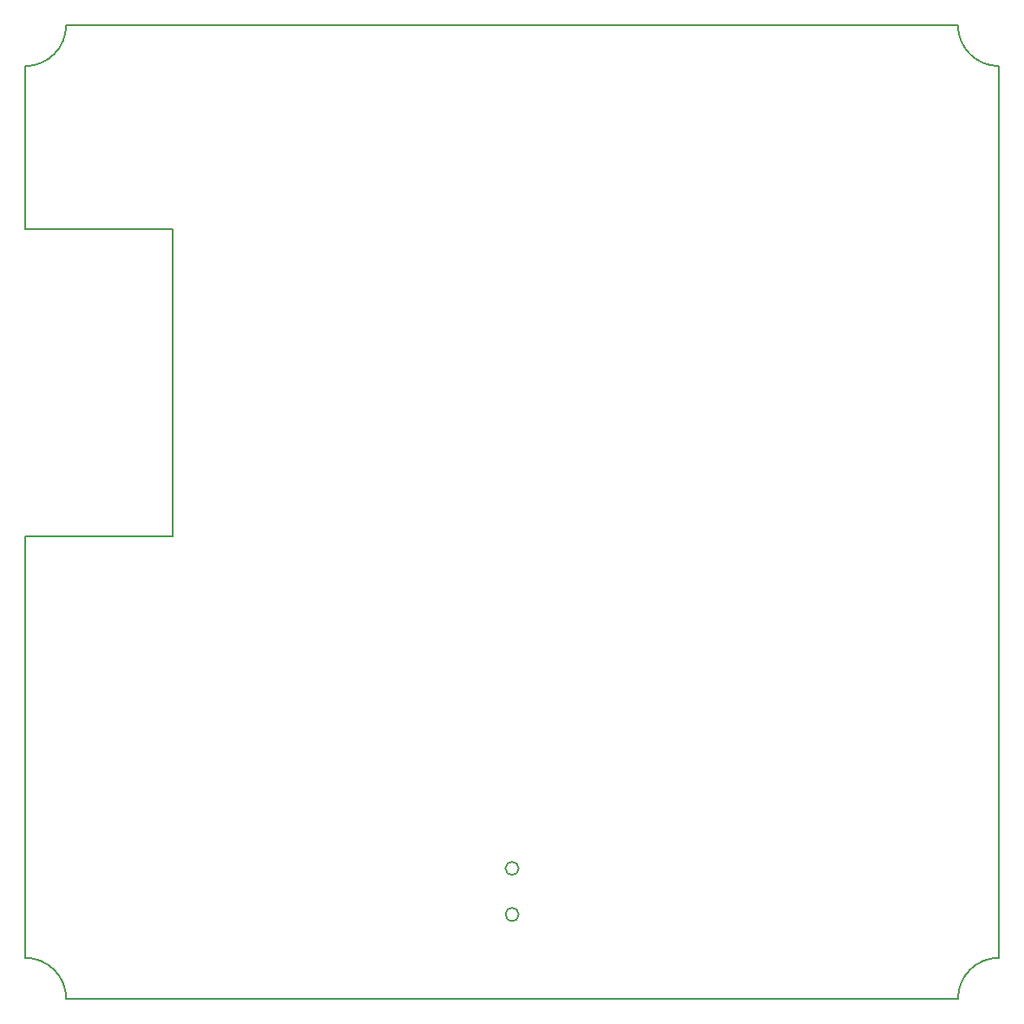
<source format=gm1>
G04*
G04 #@! TF.GenerationSoftware,Altium Limited,Altium Designer,23.10.1 (27)*
G04*
G04 Layer_Color=16711935*
%FSLAX44Y44*%
%MOMM*%
G71*
G04*
G04 #@! TF.SameCoordinates,25226DB3-9521-4D1C-9E54-C7AF66E27BCA*
G04*
G04*
G04 #@! TF.FilePolarity,Positive*
G04*
G01*
G75*
%ADD11C,0.1270*%
%ADD48C,0.1524*%
%ADD49C,0.1520*%
D11*
X337500Y-282880D02*
G03*
X337500Y-282880I-6500J0D01*
G01*
Y-237880D02*
G03*
X337500Y-237880I-6500J0D01*
G01*
X0Y86000D02*
Y386000D01*
D48*
X-144040Y544860D02*
G03*
X-104040Y584860I0J40000D01*
G01*
X765960Y584940D02*
G03*
X805960Y544940I40000J0D01*
G01*
X806040Y-325060D02*
G03*
X766040Y-365060I0J-40000D01*
G01*
X-103960Y-365140D02*
G03*
X-143960Y-325140I-40000J0D01*
G01*
X-144040Y86000D02*
X0D01*
X-104122Y584900D02*
X766000D01*
X-103960Y-365100D02*
X766040D01*
X805960Y-325060D02*
Y544940D01*
D49*
X-144000Y-325100D02*
Y86000D01*
X-144040Y386554D02*
Y544860D01*
X-144040Y386000D02*
X0D01*
M02*

</source>
